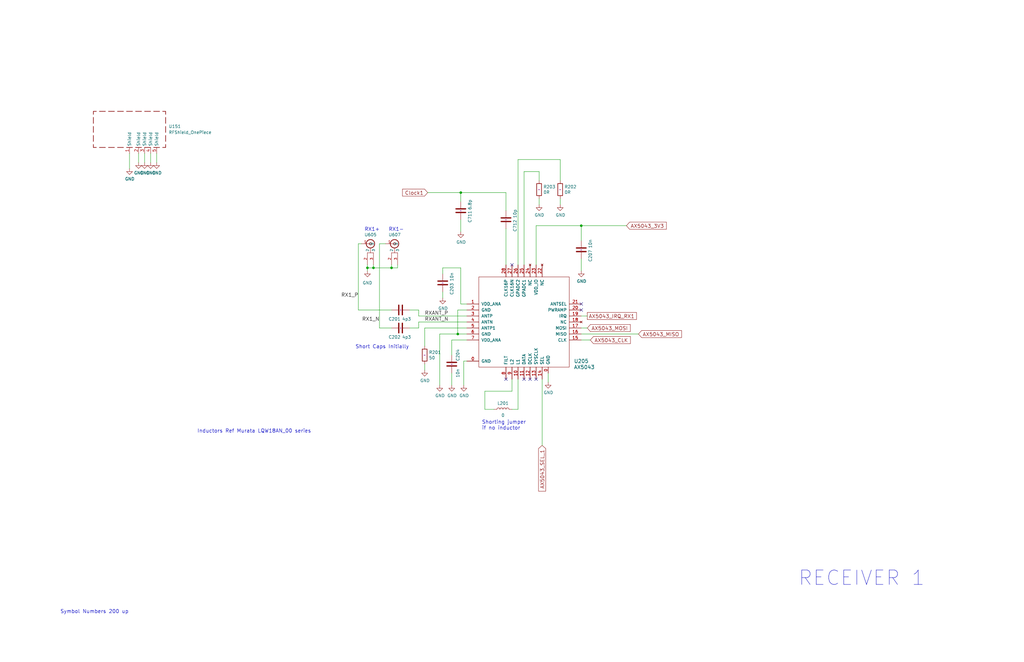
<source format=kicad_sch>
(kicad_sch (version 20230121) (generator eeschema)
  (paper "USLedger")
  (title_block (title "Radiation Tolerant PacSat Communication") (date "2023-06-17") (rev "A") (company "AMSAT-NA") (comment 1 "N5BRG"))
  (lib_symbols
    (symbol "Device:C" (pin_numbers hide) (pin_names (offset 0.254))
      (property "Reference" "C" (at 0.635 2.54 0))
      (property "Value" "C" (at 0.635 -2.54 0))
      (symbol "C_0_1"
        (polyline (pts (xy -2.032 -0.762) (xy 2.032 -0.762)) (stroke (width 0.508)))
        (polyline (pts (xy -2.032 0.762) (xy 2.032 0.762)) (stroke (width 0.508)))
      )
      (symbol "C_1_1"
        (pin passive line (at 0 3.81 270) (length 2.794) (name "~") (number "1"))
        (pin passive line (at 0 -3.81 90) (length 2.794) (name "~") (number "2"))
      )
    )
    (symbol "Device:L" (pin_numbers hide) (pin_names (offset 1.016) hide)
      (property "Reference" "L" (at -1.27 0 90))
      (property "Value" "L" (at 1.905 0 90))
      (symbol "L_0_1"
        (arc (start 0 -2.54) (mid 0.6323 -1.905) (end 0 -1.27))
        (arc (start 0 -1.27) (mid 0.6323 -0.635) (end 0 0))
        (arc (start 0 0) (mid 0.6323 0.635) (end 0 1.27))
        (arc (start 0 1.27) (mid 0.6323 1.905) (end 0 2.54))
      )
      (symbol "L_1_1"
        (pin passive line (at 0 3.81 270) (length 1.27) (name "1") (number "1"))
        (pin passive line (at 0 -3.81 90) (length 1.27) (name "2") (number "2"))
      )
    )
    (symbol "Device:R" (pin_numbers hide) (pin_names (offset 0))
      (property "Reference" "R" (at 2.032 0 90))
      (property "Value" "R" (at 0 0 90))
      (symbol "R_0_1"
        (rectangle (start -1.016 -2.54) (end 1.016 2.54) (stroke (width 0.254)))
      )
      (symbol "R_1_1"
        (pin passive line (at 0 3.81 270) (length 1.27) (name "~") (number "1"))
        (pin passive line (at 0 -3.81 90) (length 1.27) (name "~") (number "2"))
      )
    )
    (symbol "PACSAT_DEV_misc:AX5043" (pin_names (offset 1.016))
      (property "Reference" "U156" (at 16.51 -21.59 0))
      (property "Value" "AX5043" (at -5.08 0 0))
      (symbol "AX5043_0_1"
        (rectangle (start -19.05 19.05) (end 19.05 -19.05))
      )
      (symbol "AX5043_1_1"
        (pin passive line (at -24.13 -16.51 0) (length 5.08) (name "GND") (number "0"))
        (pin power_in line (at 10.16 -21.59 90) (length 2.54) (name "GND") (number "0"))
        (pin passive line (at -24.13 7.62 0) (length 5.08) (name "VDD_ANA") (number "1"))
        (pin passive line (at -2.54 -24.13 90) (length 5.08) (name "L1") (number "10"))
        (pin input line (at 0 -24.13 90) (length 5.08) (name "DATA") (number "11"))
        (pin input line (at 2.54 -24.13 90) (length 5.08) (name "DCLK") (number "12"))
        (pin output line (at 5.08 -24.13 90) (length 5.08) (name "SYSCLK") (number "13"))
        (pin input line (at 7.62 -24.13 90) (length 5.08) (name "SEL") (number "14"))
        (pin input line (at 24.13 -7.62 180) (length 5.08) (name "CLK") (number "15"))
        (pin tri_state line (at 24.13 -5.08 180) (length 5.08) (name "MISO") (number "16"))
        (pin input line (at 24.13 -2.54 180) (length 5.08) (name "MOSI") (number "17"))
        (pin no_connect line (at 24.13 0 180) (length 5.08) (name "NC") (number "18"))
        (pin output line (at 24.13 2.54 180) (length 5.08) (name "IRQ") (number "19"))
        (pin input line (at -24.13 5.08 0) (length 5.08) (name "GND") (number "2"))
        (pin output line (at 24.13 5.08 180) (length 5.08) (name "PWRAMP") (number "20"))
        (pin output line (at 24.13 7.62 180) (length 5.08) (name "ANTSEL") (number "21"))
        (pin no_connect line (at 7.62 24.13 270) (length 5.08) (name "NC") (number "22"))
        (pin passive line (at 5.08 24.13 270) (length 5.08) (name "VDD_IO") (number "23"))
        (pin no_connect line (at 2.54 24.13 270) (length 5.08) (name "NC") (number "24"))
        (pin input line (at 0 24.13 270) (length 5.08) (name "GPADC1") (number "25"))
        (pin input line (at -2.54 24.13 270) (length 5.08) (name "GPADC2") (number "26"))
        (pin passive line (at -5.08 24.13 270) (length 5.08) (name "CLK16N") (number "27"))
        (pin passive line (at -7.62 24.13 270) (length 5.08) (name "CLK16P") (number "28"))
        (pin bidirectional line (at -24.13 2.54 0) (length 5.08) (name "ANTP") (number "3"))
        (pin bidirectional line (at -24.13 0 0) (length 5.08) (name "ANTN") (number "4"))
        (pin output line (at -24.13 -2.54 0) (length 5.08) (name "ANTP1") (number "5"))
        (pin input line (at -24.13 -5.08 0) (length 5.08) (name "GND") (number "6"))
        (pin passive line (at -24.13 -7.62 0) (length 5.08) (name "VDD_ANA") (number "7"))
        (pin passive line (at -7.62 -24.13 90) (length 5.08) (name "FILT") (number "8"))
        (pin passive line (at -5.08 -24.13 90) (length 5.08) (name "L2") (number "9"))
      )
    )
    (symbol "PACSAT_DEV_misc:RF_SHIELD_BOX"
      (property "Reference" "U" (at -15.24 8.89 0))
      (symbol "RF_SHIELD_BOX_0_1"
        (polyline (pts (xy -16.51 -5.08) (xy -16.51 -2.54)) (stroke (width 0.254)))
        (polyline (pts (xy -16.51 -1.27) (xy -16.51 1.27)) (stroke (width 0.254)))
        (polyline (pts (xy -16.51 2.54) (xy -16.51 5.08)) (stroke (width 0.254)))
        (polyline (pts (xy -13.97 7.62) (xy -11.43 7.62)) (stroke (width 0.254)))
        (polyline (pts (xy -11.43 -7.62) (xy -13.97 -7.62)) (stroke (width 0.254)))
        (polyline (pts (xy -7.62 -7.62) (xy -10.16 -7.62)) (stroke (width 0.254)))
        (polyline (pts (xy -7.62 7.62) (xy -10.16 7.62)) (stroke (width 0.254)))
        (polyline (pts (xy -3.81 -7.62) (xy -6.35 -7.62)) (stroke (width 0.254)))
        (polyline (pts (xy -3.81 7.62) (xy -6.35 7.62)) (stroke (width 0.254)))
        (polyline (pts (xy -2.54 -7.62) (xy 0 -7.62)) (stroke (width 0.254)))
        (polyline (pts (xy 0 7.62) (xy -2.54 7.62)) (stroke (width 0.254)))
        (polyline (pts (xy 1.27 -7.62) (xy 3.81 -7.62)) (stroke (width 0.254)))
        (polyline (pts (xy 3.81 7.62) (xy 1.27 7.62)) (stroke (width 0.254)))
        (polyline (pts (xy 5.08 -7.62) (xy 7.62 -7.62)) (stroke (width 0.254)))
        (polyline (pts (xy 7.62 7.62) (xy 5.08 7.62)) (stroke (width 0.254)))
        (polyline (pts (xy 8.89 -7.62) (xy 11.43 -7.62)) (stroke (width 0.254)))
        (polyline (pts (xy 11.43 7.62) (xy 8.89 7.62)) (stroke (width 0.254)))
        (polyline (pts (xy 13.97 -5.08) (xy 13.97 -2.54)) (stroke (width 0.254)))
        (polyline (pts (xy 13.97 -1.27) (xy 13.97 1.27)) (stroke (width 0.254)))
        (polyline (pts (xy 13.97 2.54) (xy 13.97 5.08)) (stroke (width 0.254)))
        (polyline (pts (xy -16.51 6.35) (xy -16.51 7.62) (xy -15.24 7.62)) (stroke (width 0.254)))
        (polyline (pts (xy -15.24 -7.62) (xy -16.51 -7.62) (xy -16.51 -6.35)) (stroke (width 0.254)))
        (polyline (pts (xy 12.7 -7.62) (xy 13.97 -7.62) (xy 13.97 -6.35)) (stroke (width 0.254)))
        (polyline (pts (xy 13.97 6.35) (xy 13.97 7.62) (xy 12.7 7.62)) (stroke (width 0.254)))
      )
      (symbol "RF_SHIELD_BOX_1_1"
        (pin power_in line (at -1.27 -10.16 90) (length 2.54) (name "Shield") (number "1"))
        (pin power_in line (at 2.54 -10.16 90) (length 2.54) (name "Shield") (number "2"))
        (pin power_in line (at 5.08 -10.16 90) (length 2.54) (name "Shield") (number "3"))
        (pin power_in line (at 7.62 -10.16 90) (length 2.54) (name "Shield") (number "4"))
        (pin power_in line (at 10.16 -10.16 90) (length 2.54) (name "Shield") (number "5"))
      )
    )
    (symbol "PACSAT_DEV_misc:U_FL"
      (property "Reference" "U" (at -3.81 2.54 0))
      (symbol "U_FL_0_1"
        (polyline (pts (xy -1.27 -3.81) (xy 1.27 -3.81)))
        (polyline (pts (xy 0 -3.81) (xy 0 -1.778)))
        (circle (center 0 0) (radius 0.508) (stroke (width 0.2032)))
        (circle (center 0 0) (radius 1.778) (stroke (width 0.3048)))
      )
      (symbol "U_FL_1_1"
        (pin bidirectional line (at -3.81 0 0) (length 3.302) (name "In") (number "1"))
        (pin power_in line (at -1.27 -8.89 90) (length 5.08) (name "2") (number "2"))
        (pin power_in line (at 1.27 -8.89 90) (length 5.08) (name "3") (number "3"))
      )
    )
    (symbol "power:GND" (power) (pin_names (offset 0))
      (property "Value" "GND" (at 0 -3.81 0))
      (symbol "GND_0_1"
        (polyline (pts (xy 0 0) (xy 0 -1.27) (xy 1.27 -1.27) (xy 0 -2.54) (xy -1.27 -1.27) (xy 0 -1.27)))
      )
      (symbol "GND_1_1"
        (pin power_in line (at 0 0 270) (length 0) hide (name "GND") (number "1"))
      )
    )
  )
  (junction (at 154.94 113.03))
  (junction (at 193.04 140.97))
  (junction (at 165.1 113.03))
  (junction (at 157.48 113.03))
  (junction (at 194.31 81.28))
  (junction (at 245.11 95.25))
  (no_connect (at 223.52 160.02))
  (no_connect (at 213.36 160.02))
  (no_connect (at 215.9 111.76))
  (no_connect (at 245.11 128.27))
  (no_connect (at 226.06 160.02))
  (no_connect (at 220.98 160.02))
  (no_connect (at 245.11 130.81))
  (wire (pts (xy 220.98 72.39) (xy 227.33 72.39)))
  (wire (pts (xy 194.31 113.03) (xy 186.69 113.03)))
  (wire (pts (xy 193.04 140.97) (xy 196.85 140.97)))
  (wire (pts (xy 179.07 153.67) (xy 179.07 156.21)))
  (wire (pts (xy 245.11 95.25) (xy 264.16 95.25)))
  (wire (pts (xy 179.07 138.43) (xy 196.85 138.43)))
  (wire (pts (xy 60.96 64.77) (xy 60.96 68.58)))
  (wire (pts (xy 236.22 67.31) (xy 236.22 76.2)))
  (wire (pts (xy 194.31 128.27) (xy 194.31 113.03)))
  (wire (pts (xy 151.13 130.81) (xy 165.1 130.81)))
  (wire (pts (xy 151.13 102.87) (xy 151.13 130.81)))
  (wire (pts (xy 154.94 113.03) (xy 157.48 113.03)))
  (wire (pts (xy 165.1 113.03) (xy 167.64 113.03)))
  (wire (pts (xy 54.61 64.77) (xy 54.61 71.12)))
  (wire (pts (xy 213.36 96.52) (xy 213.36 111.76)))
  (wire (pts (xy 215.9 165.1) (xy 204.47 165.1)))
  (wire (pts (xy 186.69 113.03) (xy 186.69 115.57)))
  (wire (pts (xy 245.11 101.6) (xy 245.11 95.25)))
  (wire (pts (xy 186.69 123.19) (xy 186.69 125.73)))
  (wire (pts (xy 194.31 81.28) (xy 194.31 85.09)))
  (wire (pts (xy 176.53 138.43) (xy 176.53 135.89)))
  (wire (pts (xy 215.9 172.72) (xy 218.44 172.72)))
  (wire (pts (xy 66.04 64.77) (xy 66.04 68.58)))
  (wire (pts (xy 160.02 138.43) (xy 165.1 138.43)))
  (wire (pts (xy 160.02 102.87) (xy 160.02 138.43)))
  (wire (pts (xy 220.98 72.39) (xy 220.98 111.76)))
  (wire (pts (xy 154.94 111.76) (xy 154.94 113.03)))
  (wire (pts (xy 185.42 140.97) (xy 193.04 140.97)))
  (wire (pts (xy 218.44 160.02) (xy 218.44 172.72)))
  (wire (pts (xy 195.58 152.4) (xy 195.58 162.56)))
  (wire (pts (xy 204.47 165.1) (xy 204.47 172.72)))
  (wire (pts (xy 196.85 130.81) (xy 193.04 130.81)))
  (wire (pts (xy 231.14 157.48) (xy 231.14 161.29)))
  (wire (pts (xy 226.06 95.25) (xy 245.11 95.25)))
  (wire (pts (xy 167.64 111.76) (xy 167.64 113.03)))
  (wire (pts (xy 236.22 83.82) (xy 236.22 86.36)))
  (wire (pts (xy 154.94 113.03) (xy 154.94 114.3)))
  (wire (pts (xy 245.11 133.35) (xy 247.65 133.35)))
  (wire (pts (xy 58.42 64.77) (xy 58.42 68.58)))
  (wire (pts (xy 245.11 138.43) (xy 247.65 138.43)))
  (wire (pts (xy 228.6 160.02) (xy 228.6 187.96)))
  (wire (pts (xy 227.33 83.82) (xy 227.33 86.36)))
  (wire (pts (xy 157.48 111.76) (xy 157.48 113.03)))
  (wire (pts (xy 176.53 133.35) (xy 196.85 133.35)))
  (wire (pts (xy 245.11 109.22) (xy 245.11 114.3)))
  (wire (pts (xy 190.5 143.51) (xy 190.5 149.86)))
  (wire (pts (xy 196.85 152.4) (xy 195.58 152.4)))
  (wire (pts (xy 218.44 67.31) (xy 236.22 67.31)))
  (wire (pts (xy 157.48 113.03) (xy 165.1 113.03)))
  (wire (pts (xy 226.06 111.76) (xy 226.06 95.25)))
  (wire (pts (xy 196.85 128.27) (xy 194.31 128.27)))
  (wire (pts (xy 172.72 138.43) (xy 176.53 138.43)))
  (wire (pts (xy 172.72 130.81) (xy 176.53 130.81)))
  (wire (pts (xy 185.42 162.56) (xy 185.42 140.97)))
  (wire (pts (xy 180.34 81.28) (xy 194.31 81.28)))
  (wire (pts (xy 213.36 81.28) (xy 213.36 88.9)))
  (wire (pts (xy 162.56 102.87) (xy 160.02 102.87)))
  (wire (pts (xy 204.47 172.72) (xy 208.28 172.72)))
  (wire (pts (xy 176.53 130.81) (xy 176.53 133.35)))
  (wire (pts (xy 152.4 102.87) (xy 151.13 102.87)))
  (wire (pts (xy 245.11 143.51) (xy 248.92 143.51)))
  (wire (pts (xy 245.11 140.97) (xy 269.24 140.97)))
  (wire (pts (xy 194.31 92.71) (xy 194.31 97.79)))
  (wire (pts (xy 63.5 64.77) (xy 63.5 68.58)))
  (wire (pts (xy 165.1 111.76) (xy 165.1 113.03)))
  (wire (pts (xy 218.44 67.31) (xy 218.44 111.76)))
  (wire (pts (xy 179.07 138.43) (xy 179.07 146.05)))
  (wire (pts (xy 176.53 135.89) (xy 196.85 135.89)))
  (wire (pts (xy 196.85 143.51) (xy 190.5 143.51)))
  (wire (pts (xy 190.5 157.48) (xy 190.5 162.56)))
  (wire (pts (xy 193.04 130.81) (xy 193.04 140.97)))
  (wire (pts (xy 194.31 81.28) (xy 213.36 81.28)))
  (wire (pts (xy 215.9 160.02) (xy 215.9 165.1)))
  (wire (pts (xy 227.33 72.39) (xy 227.33 76.2)))
  (text "Inductors Ref Murata LQW18AN_00 series" (at 83.185 182.88 0) (effects (font (size 1.524 1.524)) (justify left bottom)))
  (text "RECEIVER 1" (at 336.55 247.65 0) (effects (font (size 6.096 6.096)) (justify left bottom)))
  (text "Symbol Numbers 200 up" (at 25.4 259.08 0) (effects (font (size 1.524 1.524)) (justify left bottom)))
  (text "RX1+" (at 153.67 97.79 0) (effects (font (size 1.524 1.524)) (justify left bottom)))
  (text "Shorting jumper\nif no inductor" (at 203.2 181.61 0) (effects (font (size 1.524 1.524)) (justify left bottom)))
  (text "RX1-" (at 163.83 97.79 0) (effects (font (size 1.524 1.524)) (justify left bottom)))
  (text "Short Caps Initially" (at 149.86 147.32 0) (effects (font (size 1.524 1.524)) (justify left bottom)))
  (label "RX1_P" (at 151.13 125.73 180) (effects (font (size 1.524 1.524))))
  (label "RXANT_N" (at 179.07 135.89 0) (effects (font (size 1.524 1.524))))
  (label "RX1_N" (at 160.02 135.89 180) (effects (font (size 1.524 1.524))))
  (label "RXANT_P" (at 179.07 133.35 0) (effects (font (size 1.524 1.524))))
  (global_label "AX5043_MOSI" (shape input) (at 247.65 138.43 0) (effects (font (size 1.524 1.524))) (property "Intersheetrefs" "${INTERSHEET_REFS}" (effects hide)))
  (global_label "AX5043_IRQ_RX1" (shape passive) (at 247.65 133.35 0) (effects (font (size 1.524 1.524))) (property "Intersheetrefs" "${INTERSHEET_REFS}" (effects hide)))
  (global_label "AX5043_MISO" (shape input) (at 269.24 140.97 0) (effects (font (size 1.524 1.524))) (property "Intersheetrefs" "${INTERSHEET_REFS}" (effects hide)))
  (global_label "AX5043_CLK" (shape input) (at 248.92 143.51 0) (effects (font (size 1.524 1.524))) (property "Intersheetrefs" "${INTERSHEET_REFS}" (effects hide)))
  (global_label "Clock1" (shape input) (at 180.34 81.28 180) (effects (font (size 1.524 1.524))) (property "Intersheetrefs" "${INTERSHEET_REFS}" (effects hide)))
  (global_label "AX5043_SEL_1" (shape input) (at 228.6 187.96 270) (effects (font (size 1.524 1.524))) (property "Intersheetrefs" "${INTERSHEET_REFS}" (effects hide)))
  (global_label "AX5043_3V3" (shape input) (at 264.16 95.25 0) (effects (font (size 1.524 1.524))) (property "Intersheetrefs" "${INTERSHEET_REFS}" (effects hide)))
  (symbol (lib_id "PACSAT_DEV_misc:AX5043") (at 220.98 135.89 0) (unit 1)
    (property "Reference" "U205" (at 245.11 152.4 0) (effects (font (size 1.524 1.524))))
    (property "Value" "AX5043" (at 246.38 154.94 0) (effects (font (size 1.524 1.524))))
    (property "Footprint" "PacSatDev_onsemi:QFN28" (effects hide))
  )
  (symbol (lib_id "Device:C") (at 190.5 153.67 180) (unit 1)
    (property "Reference" "C204" (at 193.04 149.86 90))
    (property "Value" "10n" (at 193.04 157.48 90))
    (property "Footprint" "Capacitor_SMD:C_0603_1608Metric_Pad1.08x0.95mm_HandSolder" (effects hide))
    (property "Datasheet" "~" (at 190.5 153.67 0))
  )
  (symbol (lib_id "Device:C") (at 213.36 92.71 0) (unit 1)
    (property "Reference" "C712" (at 217.17 95.25 90))
    (property "Value" "10p" (at 217.17 90.17 90))
    (property "Footprint" "Capacitor_SMD:C_0603_1608Metric_Pad1.08x0.95mm_HandSolder" (effects hide))
    (property "Datasheet" "~" (at 213.36 92.71 0))
    (instances (project "PacSat_Dev_RevC_230904" (path "" (reference "C712") (unit 1)) (path "" (reference "C206") (unit 1))))
  )
  (symbol (lib_id "Device:C") (at 194.31 88.9 0) (unit 1)
    (property "Reference" "C711" (at 198.12 91.44 90))
    (property "Value" "6.8p" (at 198.12 86.36 90))
    (property "Footprint" "Capacitor_SMD:C_0603_1608Metric_Pad1.08x0.95mm_HandSolder" (effects hide))
    (property "Datasheet" "~" (at 194.31 88.9 0))
    (instances (project "PacSat_Dev_RevC_230904" (path "" (reference "C711") (unit 1)) (path "" (reference "C205") (unit 1))))
  )
  (symbol (lib_id "power:GND") (at 190.5 162.56 0) (unit 1)
    (property "Reference" "#PWR0206" (effects hide))
    (property "Value" "GND" (at 190.627 166.9542 0))
  )
  (symbol (lib_id "power:GND") (at 194.31 97.79 0) (unit 1)
    (property "Reference" "#PWR0735" (effects hide))
    (property "Value" "GND" (at 194.437 102.1842 0))
    (instances (project "PacSat_Dev_RevC_230904" (path "" (reference "#PWR0735") (unit 1)) (path "" (reference "#PWR0207") (unit 1))))
  )
  (symbol (lib_id "power:GND") (at 66.04 68.58 0) (unit 1)
    (property "Reference" "#PWR0161" (effects hide))
    (property "Value" "GND" (at 66.167 72.9742 0))
    (instances (project "PacSat_Dev_RevC_230904" (path "" (reference "#PWR0161") (unit 1)) (path "" (reference "#PWR0724") (unit 1))))
  )
  (symbol (lib_id "power:GND") (at 236.22 86.36 0) (unit 1)
    (property "Reference" "#PWR0211" (effects hide))
    (property "Value" "GND" (at 236.347 90.7542 0))
  )
  (symbol (lib_id "power:GND") (at 186.69 125.73 0) (unit 1)
    (property "Reference" "#PWR0205" (effects hide))
    (property "Value" "GND" (at 186.817 130.1242 0))
  )
  (symbol (lib_id "power:GND") (at 63.5 68.58 0) (unit 1)
    (property "Reference" "#PWR0161" (effects hide))
    (property "Value" "GND" (at 63.627 72.9742 0))
    (instances (project "PacSat_Dev_RevC_230904" (path "" (reference "#PWR0161") (unit 1)) (path "" (reference "#PWR0725") (unit 1))))
  )
  (symbol (lib_id "Device:C") (at 245.11 105.41 0) (unit 1)
    (property "Reference" "C207" (at 248.92 107.95 90))
    (property "Value" "10n" (at 248.92 102.87 90))
    (property "Footprint" "Capacitor_SMD:C_0603_1608Metric_Pad1.08x0.95mm_HandSolder" (effects hide))
    (property "Datasheet" "~" (at 245.11 105.41 0))
  )
  (symbol (lib_id "Device:C") (at 186.69 119.38 0) (unit 1)
    (property "Reference" "C203" (at 190.5 121.92 90))
    (property "Value" "10n" (at 190.5 116.84 90))
    (property "Footprint" "Capacitor_SMD:C_0603_1608Metric_Pad1.08x0.95mm_HandSolder" (effects hide))
    (property "Datasheet" "~" (at 186.69 119.38 0))
  )
  (symbol (lib_id "power:GND") (at 58.42 68.58 0) (unit 1)
    (property "Reference" "#PWR0161" (effects hide))
    (property "Value" "GND" (at 58.547 72.9742 0))
    (instances (project "PacSat_Dev_RevC_230904" (path "" (reference "#PWR0161") (unit 1)) (path "" (reference "#PWR0713") (unit 1))))
  )
  (symbol (lib_id "power:GND") (at 54.61 71.12 0) (unit 1)
    (property "Reference" "#PWR0161" (effects hide))
    (property "Value" "GND" (at 54.737 75.5142 0))
    (instances (project "PacSat_Dev_RevC_230904" (path "" (reference "#PWR0161") (unit 1)) (path "" (reference "#PWR0617") (unit 1))))
  )
  (symbol (lib_id "power:GND") (at 154.94 114.3 0) (unit 1)
    (property "Reference" "#PWR0614" (effects hide))
    (property "Value" "GND" (at 154.94 119.38 0))
    (instances (project "PacSat_Dev_RevC_230904" (path "" (reference "#PWR0614") (unit 1)) (path "" (reference "#PWR0202") (unit 1))))
  )
  (symbol (lib_id "power:GND") (at 231.14 161.29 0) (unit 1)
    (property "Reference" "#PWR0210" (effects hide))
    (property "Value" "GND" (at 231.267 165.6842 0))
  )
  (symbol (lib_id "power:GND") (at 245.11 114.3 0) (unit 1)
    (property "Reference" "#PWR0212" (effects hide))
    (property "Value" "GND" (at 245.237 118.6942 0))
  )
  (symbol (lib_id "Device:C") (at 168.91 130.81 270) (unit 1)
    (property "Reference" "C201" (at 166.37 134.62 90))
    (property "Value" "4p3" (at 171.45 134.62 90))
    (property "Footprint" "Capacitor_SMD:C_0603_1608Metric_Pad1.08x0.95mm_HandSolder" (effects hide))
    (property "Datasheet" "~" (at 168.91 130.81 0))
  )
  (symbol (lib_id "Device:L") (at 212.09 172.72 90) (unit 1)
    (property "Reference" "L201" (at 212.09 170.18 90))
    (property "Value" "0" (at 212.09 175.26 90))
    (property "Footprint" "PacSatDev_misc:L_Murata_LQH2MCNxxxx02_2.0x1.6mm" (effects hide))
  )
  (symbol (lib_id "power:GND") (at 60.96 68.58 0) (unit 1)
    (property "Reference" "#PWR0161" (effects hide))
    (property "Value" "GND" (at 61.087 72.9742 0))
    (instances (project "PacSat_Dev_RevC_230904" (path "" (reference "#PWR0161") (unit 1)) (path "" (reference "#PWR0723") (unit 1))))
  )
  (symbol (lib_id "power:GND") (at 227.33 86.36 0) (unit 1)
    (property "Reference" "#PWR0209" (effects hide))
    (property "Value" "GND" (at 227.457 90.7542 0))
  )
  (symbol (lib_id "PACSAT_DEV_misc:U_FL") (at 156.21 102.87 0) (unit 1)
    (property "Reference" "U605" (at 153.67 99.06 0) (effects (justify left)))
    (property "Value" "~" (at 156.21 102.87 0))
    (property "Footprint" "PacSatDev_misc:U_FL" (effects hide))
    (instances (project "PacSat_Dev_RevC_230904" (path "" (reference "U605") (unit 1)) (path "" (reference "U208") (unit 1))))
  )
  (symbol (lib_id "power:GND") (at 185.42 162.56 0) (unit 1)
    (property "Reference" "#PWR0204" (effects hide))
    (property "Value" "GND" (at 185.547 166.9542 0))
  )
  (symbol (lib_id "power:GND") (at 179.07 156.21 0) (unit 1)
    (property "Reference" "#PWR0203" (effects hide))
    (property "Value" "GND" (at 179.197 160.6042 0))
  )
  (symbol (lib_id "Device:R") (at 236.22 80.01 0) (unit 1)
    (property "Reference" "R202" (at 237.998 78.8416 0) (effects (justify left)))
    (property "Value" "0R" (at 237.998 81.153 0) (effects (justify left)))
    (property "Footprint" "Resistor_SMD:R_0603_1608Metric_Pad0.98x0.95mm_HandSolder" (effects hide))
    (property "Datasheet" "~" (at 236.22 80.01 0))
  )
  (symbol (lib_id "Device:C") (at 168.91 138.43 270) (unit 1)
    (property "Reference" "C202" (at 166.37 142.24 90))
    (property "Value" "4p3" (at 171.45 142.24 90))
    (property "Footprint" "Capacitor_SMD:C_0603_1608Metric_Pad1.08x0.95mm_HandSolder" (effects hide))
    (property "Datasheet" "~" (at 168.91 138.43 0))
  )
  (symbol (lib_id "PACSAT_DEV_misc:RF_SHIELD_BOX") (at 55.88 54.61 0) (unit 1)
    (property "Reference" "U151" (at 71.12 53.34 0) (effects (justify left)))
    (property "Value" "RFShield_OnePiece" (at 71.12 55.88 0) (effects (justify left)))
    (property "Footprint" "PacSatDev_misc:RF_SHIELD_BMI_S_201_F_U201" (effects hide))
    (instances (project "PacSat_Dev_RevC_230904" (path "" (reference "U151") (unit 1)) (path "" (reference "U201") (unit 1))))
  )
  (symbol (lib_id "Device:R") (at 179.07 149.86 0) (unit 1)
    (property "Reference" "R201" (at 180.848 148.6916 0) (effects (justify left)))
    (property "Value" "50" (at 180.848 151.003 0) (effects (justify left)))
    (property "Footprint" "Resistor_SMD:R_0603_1608Metric_Pad0.98x0.95mm_HandSolder" (effects hide))
    (property "Datasheet" "~" (at 179.07 149.86 0))
  )
  (symbol (lib_id "power:GND") (at 195.58 162.56 0) (unit 1)
    (property "Reference" "#PWR0208" (effects hide))
    (property "Value" "GND" (at 195.707 166.9542 0))
  )
  (symbol (lib_id "Device:R") (at 227.33 80.01 0) (unit 1)
    (property "Reference" "R203" (at 229.108 78.8416 0) (effects (justify left)))
    (property "Value" "0R" (at 229.108 81.153 0) (effects (justify left)))
    (property "Footprint" "Resistor_SMD:R_0603_1608Metric_Pad0.98x0.95mm_HandSolder" (effects hide))
    (property "Datasheet" "~" (at 227.33 80.01 0))
  )
  (symbol (lib_id "PACSAT_DEV_misc:U_FL") (at 166.37 102.87 0) (unit 1)
    (property "Reference" "U607" (at 163.83 99.06 0) (effects (justify left)))
    (property "Value" "~" (at 166.37 102.87 0))
    (property "Footprint" "PacSatDev_misc:U_FL" (effects hide))
    (instances (project "PacSat_Dev_RevC_230904" (path "" (reference "U607") (unit 1)) (path "" (reference "U207") (unit 1))))
  )
)
</source>
